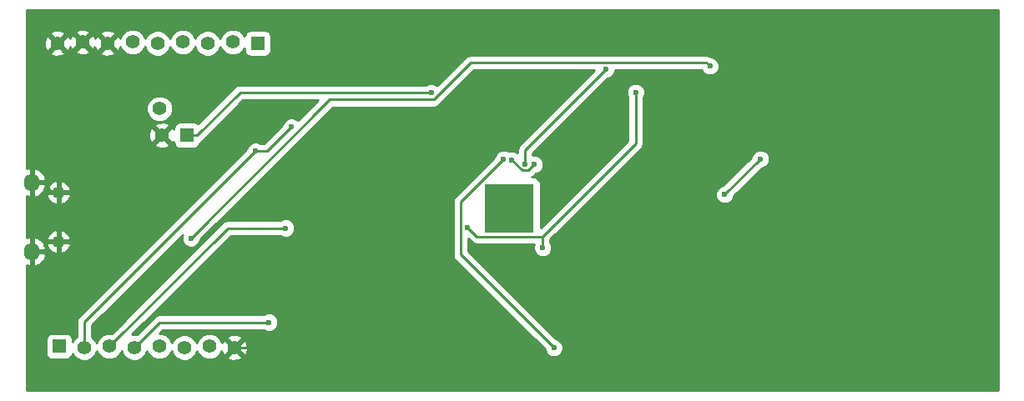
<source format=gbr>
G04 #@! TF.FileFunction,Copper,L2,Bot,Signal*
%FSLAX46Y46*%
G04 Gerber Fmt 4.6, Leading zero omitted, Abs format (unit mm)*
G04 Created by KiCad (PCBNEW 4.0.5+dfsg1-4) date Thu Mar  2 23:52:06 2017*
%MOMM*%
%LPD*%
G01*
G04 APERTURE LIST*
%ADD10C,0.100000*%
%ADD11O,1.250000X1.250000*%
%ADD12O,1.550000X1.800000*%
%ADD13C,1.397000*%
%ADD14R,1.397000X1.397000*%
%ADD15R,5.000000X5.000000*%
%ADD16C,0.600000*%
%ADD17C,0.280000*%
%ADD18C,0.254000*%
G04 APERTURE END LIST*
D10*
D11*
X53962540Y-79199100D03*
X53962540Y-84199100D03*
D12*
X51262540Y-78199100D03*
X51262540Y-85199100D03*
D13*
X69080000Y-64060960D03*
X66540000Y-63939040D03*
X64000000Y-64060960D03*
X61460000Y-63939040D03*
X58920000Y-64060960D03*
X71620000Y-63939040D03*
X56380000Y-63939040D03*
D14*
X74160000Y-64060960D03*
D13*
X53840000Y-64060960D03*
X61630000Y-94960960D03*
X64170000Y-94839040D03*
X59090000Y-94839040D03*
X66710000Y-94960960D03*
X56550000Y-94960960D03*
X69250000Y-94839040D03*
D14*
X54010000Y-94839040D03*
D13*
X71790000Y-94960960D03*
D14*
X66970000Y-73400000D03*
D13*
X64430000Y-73400000D03*
X64200000Y-70700000D03*
D15*
X99700000Y-80800000D03*
D16*
X67391000Y-83840300D03*
X120030300Y-66385800D03*
X134700000Y-73900000D03*
X118400000Y-87900000D03*
X93800000Y-89000000D03*
X136000000Y-82500000D03*
X123200000Y-73700000D03*
X63400000Y-97600000D03*
X93900000Y-73600000D03*
X88000000Y-83200000D03*
X83700000Y-77000000D03*
X97200000Y-70800000D03*
X77461000Y-93444800D03*
X99100400Y-75816600D03*
X104207200Y-94986800D03*
X91783000Y-69050000D03*
X99930500Y-75900000D03*
X102233000Y-76363800D03*
X103072700Y-84822700D03*
X95428000Y-82740800D03*
X112494000Y-69032300D03*
X101293600Y-76320300D03*
X109516000Y-66674100D03*
X75312800Y-92390100D03*
X77007600Y-82820300D03*
X73937000Y-74990400D03*
X77579800Y-72524600D03*
X121534900Y-79424400D03*
X125159100Y-75800200D03*
D17*
X119678200Y-66033700D02*
X120030300Y-66385800D01*
X95742200Y-66033700D02*
X119678200Y-66033700D01*
X92006900Y-69769000D02*
X95742200Y-66033700D01*
X81462300Y-69769000D02*
X92006900Y-69769000D01*
X67391000Y-83840300D02*
X81462300Y-69769000D01*
X134700000Y-73900000D02*
X123400000Y-73900000D01*
X136000000Y-75200000D02*
X134700000Y-73900000D01*
X118400000Y-87900000D02*
X130600000Y-87900000D01*
X93800000Y-90000000D02*
X101100000Y-97300000D01*
X101100000Y-97300000D02*
X109000000Y-97300000D01*
X109000000Y-97300000D02*
X118400000Y-87900000D01*
X93800000Y-89000000D02*
X93800000Y-90000000D01*
X130600000Y-87900000D02*
X136000000Y-82500000D01*
X136000000Y-82500000D02*
X136000000Y-75200000D01*
X123400000Y-73900000D02*
X123200000Y-73700000D01*
X93800000Y-89000000D02*
X88100000Y-89000000D01*
X88000000Y-83200000D02*
X93800000Y-89000000D01*
X79500000Y-97600000D02*
X63400000Y-97600000D01*
X88100000Y-89000000D02*
X79500000Y-97600000D01*
X93900000Y-73600000D02*
X94400000Y-73600000D01*
X90500000Y-77000000D02*
X93900000Y-73600000D01*
X88000000Y-83200000D02*
X88000000Y-81300000D01*
X88000000Y-81300000D02*
X83700000Y-77000000D01*
X83700000Y-77000000D02*
X90500000Y-77000000D01*
X94400000Y-73600000D02*
X97200000Y-70800000D01*
X52997200Y-78818500D02*
X52377800Y-78199100D01*
X52997200Y-79199100D02*
X52997200Y-78818500D01*
X51262500Y-78199100D02*
X52377800Y-78199100D01*
X53962500Y-79199100D02*
X52997200Y-79199100D01*
X53962500Y-84199100D02*
X53962500Y-79199100D01*
X75944800Y-94961000D02*
X77461000Y-93444800D01*
X71790000Y-94961000D02*
X75944800Y-94961000D01*
X94725200Y-80191800D02*
X99100400Y-75816600D01*
X94725200Y-85504800D02*
X94725200Y-80191800D01*
X104207200Y-94986800D02*
X94725200Y-85504800D01*
X66970000Y-73400000D02*
X68008800Y-73400000D01*
X72358800Y-69050000D02*
X91783000Y-69050000D01*
X68008800Y-73400000D02*
X72358800Y-69050000D01*
X101620600Y-76976200D02*
X102233000Y-76363800D01*
X101006700Y-76976200D02*
X101620600Y-76976200D01*
X99930500Y-75900000D02*
X101006700Y-76976200D01*
X112494000Y-74258700D02*
X103069600Y-83683100D01*
X112494000Y-69032300D02*
X112494000Y-74258700D01*
X103072700Y-83686200D02*
X103069600Y-83683100D01*
X103072700Y-84822700D02*
X103072700Y-83686200D01*
X96370300Y-83683100D02*
X95428000Y-82740800D01*
X103069600Y-83683100D02*
X96370300Y-83683100D01*
X101293600Y-74896500D02*
X109516000Y-66674100D01*
X101293600Y-76320300D02*
X101293600Y-74896500D01*
X64200900Y-92390100D02*
X75312800Y-92390100D01*
X61630000Y-94961000D02*
X64200900Y-92390100D01*
X71108700Y-82820300D02*
X59090000Y-94839000D01*
X77007600Y-82820300D02*
X71108700Y-82820300D01*
X56550000Y-92377400D02*
X73937000Y-74990400D01*
X56550000Y-94961000D02*
X56550000Y-92377400D01*
X75114000Y-74990400D02*
X77579800Y-72524600D01*
X73937000Y-74990400D02*
X75114000Y-74990400D01*
X125159100Y-75800200D02*
X121534900Y-79424400D01*
D18*
G36*
X149290000Y-99290000D02*
X50710000Y-99290000D01*
X50710000Y-94140540D01*
X52664060Y-94140540D01*
X52664060Y-95537540D01*
X52708338Y-95772857D01*
X52847410Y-95988981D01*
X53059610Y-96133971D01*
X53311500Y-96184980D01*
X54708500Y-96184980D01*
X54943817Y-96140702D01*
X55159941Y-96001630D01*
X55304931Y-95789430D01*
X55352470Y-95554677D01*
X55418854Y-95715340D01*
X55793647Y-96090787D01*
X56283587Y-96294228D01*
X56814086Y-96294691D01*
X57304380Y-96092106D01*
X57679827Y-95717313D01*
X57845344Y-95318704D01*
X57958854Y-95593420D01*
X58333647Y-95968867D01*
X58823587Y-96172308D01*
X59354086Y-96172771D01*
X59844380Y-95970186D01*
X60219827Y-95595393D01*
X60334843Y-95318403D01*
X60498854Y-95715340D01*
X60873647Y-96090787D01*
X61363587Y-96294228D01*
X61894086Y-96294691D01*
X62384380Y-96092106D01*
X62759827Y-95717313D01*
X62925344Y-95318704D01*
X63038854Y-95593420D01*
X63413647Y-95968867D01*
X63903587Y-96172308D01*
X64434086Y-96172771D01*
X64924380Y-95970186D01*
X65299827Y-95595393D01*
X65414843Y-95318403D01*
X65578854Y-95715340D01*
X65953647Y-96090787D01*
X66443587Y-96294228D01*
X66974086Y-96294691D01*
X67464380Y-96092106D01*
X67839827Y-95717313D01*
X68005344Y-95318704D01*
X68118854Y-95593420D01*
X68493647Y-95968867D01*
X68983587Y-96172308D01*
X69514086Y-96172771D01*
X70004380Y-95970186D01*
X70079548Y-95895148D01*
X71035417Y-95895148D01*
X71097071Y-96130760D01*
X71597480Y-96306887D01*
X72127199Y-96278108D01*
X72482929Y-96130760D01*
X72544583Y-95895148D01*
X71790000Y-95140565D01*
X71035417Y-95895148D01*
X70079548Y-95895148D01*
X70379827Y-95595393D01*
X70488032Y-95334807D01*
X70620200Y-95653889D01*
X70855812Y-95715543D01*
X71610395Y-94960960D01*
X71969605Y-94960960D01*
X72724188Y-95715543D01*
X72959800Y-95653889D01*
X73135927Y-95153480D01*
X73107148Y-94623761D01*
X72959800Y-94268031D01*
X72724188Y-94206377D01*
X71969605Y-94960960D01*
X71610395Y-94960960D01*
X70855812Y-94206377D01*
X70620200Y-94268031D01*
X70545089Y-94481434D01*
X70381146Y-94084660D01*
X70323359Y-94026772D01*
X71035417Y-94026772D01*
X71790000Y-94781355D01*
X72544583Y-94026772D01*
X72482929Y-93791160D01*
X71982520Y-93615033D01*
X71452801Y-93643812D01*
X71097071Y-93791160D01*
X71035417Y-94026772D01*
X70323359Y-94026772D01*
X70006353Y-93709213D01*
X69516413Y-93505772D01*
X68985914Y-93505309D01*
X68495620Y-93707894D01*
X68120173Y-94082687D01*
X67954656Y-94481296D01*
X67841146Y-94206580D01*
X67466353Y-93831133D01*
X66976413Y-93627692D01*
X66445914Y-93627229D01*
X65955620Y-93829814D01*
X65580173Y-94204607D01*
X65465157Y-94481597D01*
X65301146Y-94084660D01*
X64926353Y-93709213D01*
X64436413Y-93505772D01*
X64181467Y-93505549D01*
X64521916Y-93165100D01*
X74765311Y-93165100D01*
X74782473Y-93182292D01*
X75126001Y-93324938D01*
X75497967Y-93325262D01*
X75841743Y-93183217D01*
X76104992Y-92920427D01*
X76247638Y-92576899D01*
X76247962Y-92204933D01*
X76105917Y-91861157D01*
X75843127Y-91597908D01*
X75499599Y-91455262D01*
X75127633Y-91454938D01*
X74783857Y-91596983D01*
X74765708Y-91615100D01*
X64200905Y-91615100D01*
X64200900Y-91615099D01*
X63953526Y-91664305D01*
X63904320Y-91674093D01*
X63671899Y-91829392D01*
X63652892Y-91842092D01*
X61867317Y-93627667D01*
X61397759Y-93627257D01*
X71429715Y-83595300D01*
X76460111Y-83595300D01*
X76477273Y-83612492D01*
X76820801Y-83755138D01*
X77192767Y-83755462D01*
X77536543Y-83613417D01*
X77799792Y-83350627D01*
X77942438Y-83007099D01*
X77942762Y-82635133D01*
X77800717Y-82291357D01*
X77537927Y-82028108D01*
X77194399Y-81885462D01*
X76822433Y-81885138D01*
X76478657Y-82027183D01*
X76460508Y-82045300D01*
X71108705Y-82045300D01*
X71108700Y-82045299D01*
X70861326Y-82094505D01*
X70812120Y-82104293D01*
X70560692Y-82272292D01*
X70560690Y-82272295D01*
X59327238Y-93505747D01*
X58825914Y-93505309D01*
X58335620Y-93707894D01*
X57960173Y-94082687D01*
X57794656Y-94481296D01*
X57681146Y-94206580D01*
X57325000Y-93849813D01*
X57325000Y-92698416D01*
X66517406Y-83506010D01*
X66456162Y-83653501D01*
X66455838Y-84025467D01*
X66597883Y-84369243D01*
X66860673Y-84632492D01*
X67204201Y-84775138D01*
X67576167Y-84775462D01*
X67919943Y-84633417D01*
X68183192Y-84370627D01*
X68325838Y-84027099D01*
X68325860Y-84001456D01*
X81783316Y-70544000D01*
X92006900Y-70544000D01*
X92303480Y-70485007D01*
X92554908Y-70317008D01*
X96063216Y-66808700D01*
X108285385Y-66808700D01*
X100745592Y-74348492D01*
X100577593Y-74599920D01*
X100518600Y-74896500D01*
X100518600Y-75165682D01*
X100460827Y-75107808D01*
X100117299Y-74965162D01*
X99745333Y-74964838D01*
X99615981Y-75018285D01*
X99287199Y-74881762D01*
X98915233Y-74881438D01*
X98571457Y-75023483D01*
X98308208Y-75286273D01*
X98165562Y-75629801D01*
X98165540Y-75655444D01*
X94177192Y-79643792D01*
X94009193Y-79895220D01*
X93950200Y-80191800D01*
X93950200Y-85504800D01*
X94009193Y-85801380D01*
X94177192Y-86052808D01*
X103272059Y-95147675D01*
X103272038Y-95171967D01*
X103414083Y-95515743D01*
X103676873Y-95778992D01*
X104020401Y-95921638D01*
X104392367Y-95921962D01*
X104736143Y-95779917D01*
X104999392Y-95517127D01*
X105142038Y-95173599D01*
X105142362Y-94801633D01*
X105000317Y-94457857D01*
X104737527Y-94194608D01*
X104393999Y-94051962D01*
X104368356Y-94051940D01*
X95500200Y-85183784D01*
X95500200Y-83909015D01*
X95822290Y-84231105D01*
X95822292Y-84231108D01*
X96073720Y-84399107D01*
X96370300Y-84458100D01*
X102211692Y-84458100D01*
X102137862Y-84635901D01*
X102137538Y-85007867D01*
X102279583Y-85351643D01*
X102542373Y-85614892D01*
X102885901Y-85757538D01*
X103257867Y-85757862D01*
X103601643Y-85615817D01*
X103864892Y-85353027D01*
X104007538Y-85009499D01*
X104007862Y-84637533D01*
X103865817Y-84293757D01*
X103847700Y-84275608D01*
X103847700Y-84001016D01*
X108239149Y-79609567D01*
X120599738Y-79609567D01*
X120741783Y-79953343D01*
X121004573Y-80216592D01*
X121348101Y-80359238D01*
X121720067Y-80359562D01*
X122063843Y-80217517D01*
X122327092Y-79954727D01*
X122469738Y-79611199D01*
X122469760Y-79585556D01*
X125319975Y-76735341D01*
X125344267Y-76735362D01*
X125688043Y-76593317D01*
X125951292Y-76330527D01*
X126093938Y-75986999D01*
X126094262Y-75615033D01*
X125952217Y-75271257D01*
X125689427Y-75008008D01*
X125345899Y-74865362D01*
X124973933Y-74865038D01*
X124630157Y-75007083D01*
X124366908Y-75269873D01*
X124224262Y-75613401D01*
X124224240Y-75639044D01*
X121374025Y-78489259D01*
X121349733Y-78489238D01*
X121005957Y-78631283D01*
X120742708Y-78894073D01*
X120600062Y-79237601D01*
X120599738Y-79609567D01*
X108239149Y-79609567D01*
X113042008Y-74806708D01*
X113210007Y-74555280D01*
X113269000Y-74258700D01*
X113269000Y-69579789D01*
X113286192Y-69562627D01*
X113428838Y-69219099D01*
X113429162Y-68847133D01*
X113287117Y-68503357D01*
X113024327Y-68240108D01*
X112680799Y-68097462D01*
X112308833Y-68097138D01*
X111965057Y-68239183D01*
X111701808Y-68501973D01*
X111559162Y-68845501D01*
X111558838Y-69217467D01*
X111700883Y-69561243D01*
X111719000Y-69579392D01*
X111719000Y-73937684D01*
X102847440Y-82809244D01*
X102847440Y-78300000D01*
X102803162Y-78064683D01*
X102664090Y-77848559D01*
X102451890Y-77703569D01*
X102200000Y-77652560D01*
X101976516Y-77652560D01*
X102168608Y-77524208D01*
X102393875Y-77298941D01*
X102418167Y-77298962D01*
X102761943Y-77156917D01*
X103025192Y-76894127D01*
X103167838Y-76550599D01*
X103168162Y-76178633D01*
X103026117Y-75834857D01*
X102763327Y-75571608D01*
X102419799Y-75428962D01*
X102068600Y-75428656D01*
X102068600Y-75217516D01*
X109676874Y-67609241D01*
X109701167Y-67609262D01*
X110044943Y-67467217D01*
X110308192Y-67204427D01*
X110450838Y-66860899D01*
X110450883Y-66808700D01*
X119193367Y-66808700D01*
X119237183Y-66914743D01*
X119499973Y-67177992D01*
X119843501Y-67320638D01*
X120215467Y-67320962D01*
X120559243Y-67178917D01*
X120822492Y-66916127D01*
X120965138Y-66572599D01*
X120965462Y-66200633D01*
X120823417Y-65856857D01*
X120560627Y-65593608D01*
X120217099Y-65450962D01*
X120174175Y-65450925D01*
X119974780Y-65317693D01*
X119678200Y-65258700D01*
X95742200Y-65258700D01*
X95445620Y-65317693D01*
X95194192Y-65485692D01*
X92367654Y-68312230D01*
X92313327Y-68257808D01*
X91969799Y-68115162D01*
X91597833Y-68114838D01*
X91254057Y-68256883D01*
X91235908Y-68275000D01*
X72358800Y-68275000D01*
X72062220Y-68333993D01*
X71810792Y-68501992D01*
X68091084Y-72221700D01*
X67920390Y-72105069D01*
X67668500Y-72054060D01*
X66271500Y-72054060D01*
X66036183Y-72098338D01*
X65820059Y-72237410D01*
X65675069Y-72449610D01*
X65624060Y-72701500D01*
X65624060Y-72765640D01*
X65599800Y-72707071D01*
X65364188Y-72645417D01*
X64609605Y-73400000D01*
X65364188Y-74154583D01*
X65599800Y-74092929D01*
X65624060Y-74024002D01*
X65624060Y-74098500D01*
X65668338Y-74333817D01*
X65807410Y-74549941D01*
X66019610Y-74694931D01*
X66271500Y-74745940D01*
X67668500Y-74745940D01*
X67903817Y-74701662D01*
X68119941Y-74562590D01*
X68264931Y-74350390D01*
X68313492Y-74110586D01*
X68556808Y-73948008D01*
X72679816Y-69825000D01*
X80310284Y-69825000D01*
X78256374Y-71878910D01*
X78110127Y-71732408D01*
X77766599Y-71589762D01*
X77394633Y-71589438D01*
X77050857Y-71731483D01*
X76787608Y-71994273D01*
X76644962Y-72337801D01*
X76644940Y-72363444D01*
X74792984Y-74215400D01*
X74484489Y-74215400D01*
X74467327Y-74198208D01*
X74123799Y-74055562D01*
X73751833Y-74055238D01*
X73408057Y-74197283D01*
X73144808Y-74460073D01*
X73002162Y-74803601D01*
X73002140Y-74829244D01*
X56001992Y-91829392D01*
X55833993Y-92080820D01*
X55775000Y-92377400D01*
X55775000Y-93850398D01*
X55420173Y-94204607D01*
X55355940Y-94359297D01*
X55355940Y-94140540D01*
X55311662Y-93905223D01*
X55172590Y-93689099D01*
X54960390Y-93544109D01*
X54708500Y-93493100D01*
X53311500Y-93493100D01*
X53076183Y-93537378D01*
X52860059Y-93676450D01*
X52715069Y-93888650D01*
X52664060Y-94140540D01*
X50710000Y-94140540D01*
X50710000Y-86594256D01*
X50917428Y-86691213D01*
X51135540Y-86568888D01*
X51135540Y-85326100D01*
X51389540Y-85326100D01*
X51389540Y-86568888D01*
X51607652Y-86691213D01*
X52089646Y-86465917D01*
X52463641Y-86062481D01*
X52654779Y-85546634D01*
X52513700Y-85326100D01*
X51389540Y-85326100D01*
X51135540Y-85326100D01*
X51115540Y-85326100D01*
X51115540Y-85072100D01*
X51135540Y-85072100D01*
X51135540Y-83829312D01*
X51389540Y-83829312D01*
X51389540Y-85072100D01*
X52513700Y-85072100D01*
X52654779Y-84851566D01*
X52532161Y-84520640D01*
X52744258Y-84520640D01*
X52873712Y-84833199D01*
X53199253Y-85201608D01*
X53640998Y-85417394D01*
X53835540Y-85293945D01*
X53835540Y-84326100D01*
X54089540Y-84326100D01*
X54089540Y-85293945D01*
X54284082Y-85417394D01*
X54725827Y-85201608D01*
X55051368Y-84833199D01*
X55180822Y-84520640D01*
X55056442Y-84326100D01*
X54089540Y-84326100D01*
X53835540Y-84326100D01*
X52868638Y-84326100D01*
X52744258Y-84520640D01*
X52532161Y-84520640D01*
X52463641Y-84335719D01*
X52089646Y-83932283D01*
X51972573Y-83877560D01*
X52744258Y-83877560D01*
X52868638Y-84072100D01*
X53835540Y-84072100D01*
X53835540Y-83104255D01*
X54089540Y-83104255D01*
X54089540Y-84072100D01*
X55056442Y-84072100D01*
X55180822Y-83877560D01*
X55051368Y-83565001D01*
X54725827Y-83196592D01*
X54284082Y-82980806D01*
X54089540Y-83104255D01*
X53835540Y-83104255D01*
X53640998Y-82980806D01*
X53199253Y-83196592D01*
X52873712Y-83565001D01*
X52744258Y-83877560D01*
X51972573Y-83877560D01*
X51607652Y-83706987D01*
X51389540Y-83829312D01*
X51135540Y-83829312D01*
X50917428Y-83706987D01*
X50710000Y-83803944D01*
X50710000Y-79594256D01*
X50917428Y-79691213D01*
X51135540Y-79568888D01*
X51135540Y-78326100D01*
X51389540Y-78326100D01*
X51389540Y-79568888D01*
X51607652Y-79691213D01*
X51972572Y-79520640D01*
X52744258Y-79520640D01*
X52873712Y-79833199D01*
X53199253Y-80201608D01*
X53640998Y-80417394D01*
X53835540Y-80293945D01*
X53835540Y-79326100D01*
X54089540Y-79326100D01*
X54089540Y-80293945D01*
X54284082Y-80417394D01*
X54725827Y-80201608D01*
X55051368Y-79833199D01*
X55180822Y-79520640D01*
X55056442Y-79326100D01*
X54089540Y-79326100D01*
X53835540Y-79326100D01*
X52868638Y-79326100D01*
X52744258Y-79520640D01*
X51972572Y-79520640D01*
X52089646Y-79465917D01*
X52463641Y-79062481D01*
X52532160Y-78877560D01*
X52744258Y-78877560D01*
X52868638Y-79072100D01*
X53835540Y-79072100D01*
X53835540Y-78104255D01*
X54089540Y-78104255D01*
X54089540Y-79072100D01*
X55056442Y-79072100D01*
X55180822Y-78877560D01*
X55051368Y-78565001D01*
X54725827Y-78196592D01*
X54284082Y-77980806D01*
X54089540Y-78104255D01*
X53835540Y-78104255D01*
X53640998Y-77980806D01*
X53199253Y-78196592D01*
X52873712Y-78565001D01*
X52744258Y-78877560D01*
X52532160Y-78877560D01*
X52654779Y-78546634D01*
X52513700Y-78326100D01*
X51389540Y-78326100D01*
X51135540Y-78326100D01*
X51115540Y-78326100D01*
X51115540Y-78072100D01*
X51135540Y-78072100D01*
X51135540Y-76829312D01*
X51389540Y-76829312D01*
X51389540Y-78072100D01*
X52513700Y-78072100D01*
X52654779Y-77851566D01*
X52463641Y-77335719D01*
X52089646Y-76932283D01*
X51607652Y-76706987D01*
X51389540Y-76829312D01*
X51135540Y-76829312D01*
X50917428Y-76706987D01*
X50710000Y-76803944D01*
X50710000Y-74334188D01*
X63675417Y-74334188D01*
X63737071Y-74569800D01*
X64237480Y-74745927D01*
X64767199Y-74717148D01*
X65122929Y-74569800D01*
X65184583Y-74334188D01*
X64430000Y-73579605D01*
X63675417Y-74334188D01*
X50710000Y-74334188D01*
X50710000Y-73207480D01*
X63084073Y-73207480D01*
X63112852Y-73737199D01*
X63260200Y-74092929D01*
X63495812Y-74154583D01*
X64250395Y-73400000D01*
X63495812Y-72645417D01*
X63260200Y-72707071D01*
X63084073Y-73207480D01*
X50710000Y-73207480D01*
X50710000Y-72465812D01*
X63675417Y-72465812D01*
X64430000Y-73220395D01*
X65184583Y-72465812D01*
X65122929Y-72230200D01*
X64622520Y-72054073D01*
X64092801Y-72082852D01*
X63737071Y-72230200D01*
X63675417Y-72465812D01*
X50710000Y-72465812D01*
X50710000Y-70964086D01*
X62866269Y-70964086D01*
X63068854Y-71454380D01*
X63443647Y-71829827D01*
X63933587Y-72033268D01*
X64464086Y-72033731D01*
X64954380Y-71831146D01*
X65329827Y-71456353D01*
X65533268Y-70966413D01*
X65533731Y-70435914D01*
X65331146Y-69945620D01*
X64956353Y-69570173D01*
X64466413Y-69366732D01*
X63935914Y-69366269D01*
X63445620Y-69568854D01*
X63070173Y-69943647D01*
X62866732Y-70433587D01*
X62866269Y-70964086D01*
X50710000Y-70964086D01*
X50710000Y-64995148D01*
X53085417Y-64995148D01*
X53147071Y-65230760D01*
X53647480Y-65406887D01*
X54177199Y-65378108D01*
X54532929Y-65230760D01*
X54594583Y-64995148D01*
X54472663Y-64873228D01*
X55625417Y-64873228D01*
X55687071Y-65108840D01*
X56187480Y-65284967D01*
X56717199Y-65256188D01*
X57072929Y-65108840D01*
X57102679Y-64995148D01*
X58165417Y-64995148D01*
X58227071Y-65230760D01*
X58727480Y-65406887D01*
X59257199Y-65378108D01*
X59612929Y-65230760D01*
X59674583Y-64995148D01*
X58920000Y-64240565D01*
X58165417Y-64995148D01*
X57102679Y-64995148D01*
X57134583Y-64873228D01*
X56380000Y-64118645D01*
X55625417Y-64873228D01*
X54472663Y-64873228D01*
X53840000Y-64240565D01*
X53085417Y-64995148D01*
X50710000Y-64995148D01*
X50710000Y-63868440D01*
X52494073Y-63868440D01*
X52522852Y-64398159D01*
X52670200Y-64753889D01*
X52905812Y-64815543D01*
X53660395Y-64060960D01*
X54019605Y-64060960D01*
X54774188Y-64815543D01*
X55009800Y-64753889D01*
X55125058Y-64426419D01*
X55210200Y-64631969D01*
X55445812Y-64693623D01*
X56200395Y-63939040D01*
X56559605Y-63939040D01*
X57314188Y-64693623D01*
X57549800Y-64631969D01*
X57618660Y-64436324D01*
X57750200Y-64753889D01*
X57985812Y-64815543D01*
X58740395Y-64060960D01*
X59099605Y-64060960D01*
X59854188Y-64815543D01*
X60089800Y-64753889D01*
X60211256Y-64408810D01*
X60328854Y-64693420D01*
X60703647Y-65068867D01*
X61193587Y-65272308D01*
X61724086Y-65272771D01*
X62214380Y-65070186D01*
X62589827Y-64695393D01*
X62704843Y-64418403D01*
X62868854Y-64815340D01*
X63243647Y-65190787D01*
X63733587Y-65394228D01*
X64264086Y-65394691D01*
X64754380Y-65192106D01*
X65129827Y-64817313D01*
X65295344Y-64418704D01*
X65408854Y-64693420D01*
X65783647Y-65068867D01*
X66273587Y-65272308D01*
X66804086Y-65272771D01*
X67294380Y-65070186D01*
X67669827Y-64695393D01*
X67784843Y-64418403D01*
X67948854Y-64815340D01*
X68323647Y-65190787D01*
X68813587Y-65394228D01*
X69344086Y-65394691D01*
X69834380Y-65192106D01*
X70209827Y-64817313D01*
X70375344Y-64418704D01*
X70488854Y-64693420D01*
X70863647Y-65068867D01*
X71353587Y-65272308D01*
X71884086Y-65272771D01*
X72374380Y-65070186D01*
X72749827Y-64695393D01*
X72814060Y-64540703D01*
X72814060Y-64759460D01*
X72858338Y-64994777D01*
X72997410Y-65210901D01*
X73209610Y-65355891D01*
X73461500Y-65406900D01*
X74858500Y-65406900D01*
X75093817Y-65362622D01*
X75309941Y-65223550D01*
X75454931Y-65011350D01*
X75505940Y-64759460D01*
X75505940Y-63362460D01*
X75461662Y-63127143D01*
X75322590Y-62911019D01*
X75110390Y-62766029D01*
X74858500Y-62715020D01*
X73461500Y-62715020D01*
X73226183Y-62759298D01*
X73010059Y-62898370D01*
X72865069Y-63110570D01*
X72817530Y-63345323D01*
X72751146Y-63184660D01*
X72376353Y-62809213D01*
X71886413Y-62605772D01*
X71355914Y-62605309D01*
X70865620Y-62807894D01*
X70490173Y-63182687D01*
X70324656Y-63581296D01*
X70211146Y-63306580D01*
X69836353Y-62931133D01*
X69346413Y-62727692D01*
X68815914Y-62727229D01*
X68325620Y-62929814D01*
X67950173Y-63304607D01*
X67835157Y-63581597D01*
X67671146Y-63184660D01*
X67296353Y-62809213D01*
X66806413Y-62605772D01*
X66275914Y-62605309D01*
X65785620Y-62807894D01*
X65410173Y-63182687D01*
X65244656Y-63581296D01*
X65131146Y-63306580D01*
X64756353Y-62931133D01*
X64266413Y-62727692D01*
X63735914Y-62727229D01*
X63245620Y-62929814D01*
X62870173Y-63304607D01*
X62755157Y-63581597D01*
X62591146Y-63184660D01*
X62216353Y-62809213D01*
X61726413Y-62605772D01*
X61195914Y-62605309D01*
X60705620Y-62807894D01*
X60330173Y-63182687D01*
X60171405Y-63565043D01*
X60089800Y-63368031D01*
X59854188Y-63306377D01*
X59099605Y-64060960D01*
X58740395Y-64060960D01*
X57985812Y-63306377D01*
X57750200Y-63368031D01*
X57681340Y-63563676D01*
X57549800Y-63246111D01*
X57314188Y-63184457D01*
X56559605Y-63939040D01*
X56200395Y-63939040D01*
X55445812Y-63184457D01*
X55210200Y-63246111D01*
X55094942Y-63573581D01*
X55009800Y-63368031D01*
X54774188Y-63306377D01*
X54019605Y-64060960D01*
X53660395Y-64060960D01*
X52905812Y-63306377D01*
X52670200Y-63368031D01*
X52494073Y-63868440D01*
X50710000Y-63868440D01*
X50710000Y-63126772D01*
X53085417Y-63126772D01*
X53840000Y-63881355D01*
X54594583Y-63126772D01*
X54562680Y-63004852D01*
X55625417Y-63004852D01*
X56380000Y-63759435D01*
X57012663Y-63126772D01*
X58165417Y-63126772D01*
X58920000Y-63881355D01*
X59674583Y-63126772D01*
X59612929Y-62891160D01*
X59112520Y-62715033D01*
X58582801Y-62743812D01*
X58227071Y-62891160D01*
X58165417Y-63126772D01*
X57012663Y-63126772D01*
X57134583Y-63004852D01*
X57072929Y-62769240D01*
X56572520Y-62593113D01*
X56042801Y-62621892D01*
X55687071Y-62769240D01*
X55625417Y-63004852D01*
X54562680Y-63004852D01*
X54532929Y-62891160D01*
X54032520Y-62715033D01*
X53502801Y-62743812D01*
X53147071Y-62891160D01*
X53085417Y-63126772D01*
X50710000Y-63126772D01*
X50710000Y-60710000D01*
X149290000Y-60710000D01*
X149290000Y-99290000D01*
X149290000Y-99290000D01*
G37*
X149290000Y-99290000D02*
X50710000Y-99290000D01*
X50710000Y-94140540D01*
X52664060Y-94140540D01*
X52664060Y-95537540D01*
X52708338Y-95772857D01*
X52847410Y-95988981D01*
X53059610Y-96133971D01*
X53311500Y-96184980D01*
X54708500Y-96184980D01*
X54943817Y-96140702D01*
X55159941Y-96001630D01*
X55304931Y-95789430D01*
X55352470Y-95554677D01*
X55418854Y-95715340D01*
X55793647Y-96090787D01*
X56283587Y-96294228D01*
X56814086Y-96294691D01*
X57304380Y-96092106D01*
X57679827Y-95717313D01*
X57845344Y-95318704D01*
X57958854Y-95593420D01*
X58333647Y-95968867D01*
X58823587Y-96172308D01*
X59354086Y-96172771D01*
X59844380Y-95970186D01*
X60219827Y-95595393D01*
X60334843Y-95318403D01*
X60498854Y-95715340D01*
X60873647Y-96090787D01*
X61363587Y-96294228D01*
X61894086Y-96294691D01*
X62384380Y-96092106D01*
X62759827Y-95717313D01*
X62925344Y-95318704D01*
X63038854Y-95593420D01*
X63413647Y-95968867D01*
X63903587Y-96172308D01*
X64434086Y-96172771D01*
X64924380Y-95970186D01*
X65299827Y-95595393D01*
X65414843Y-95318403D01*
X65578854Y-95715340D01*
X65953647Y-96090787D01*
X66443587Y-96294228D01*
X66974086Y-96294691D01*
X67464380Y-96092106D01*
X67839827Y-95717313D01*
X68005344Y-95318704D01*
X68118854Y-95593420D01*
X68493647Y-95968867D01*
X68983587Y-96172308D01*
X69514086Y-96172771D01*
X70004380Y-95970186D01*
X70079548Y-95895148D01*
X71035417Y-95895148D01*
X71097071Y-96130760D01*
X71597480Y-96306887D01*
X72127199Y-96278108D01*
X72482929Y-96130760D01*
X72544583Y-95895148D01*
X71790000Y-95140565D01*
X71035417Y-95895148D01*
X70079548Y-95895148D01*
X70379827Y-95595393D01*
X70488032Y-95334807D01*
X70620200Y-95653889D01*
X70855812Y-95715543D01*
X71610395Y-94960960D01*
X71969605Y-94960960D01*
X72724188Y-95715543D01*
X72959800Y-95653889D01*
X73135927Y-95153480D01*
X73107148Y-94623761D01*
X72959800Y-94268031D01*
X72724188Y-94206377D01*
X71969605Y-94960960D01*
X71610395Y-94960960D01*
X70855812Y-94206377D01*
X70620200Y-94268031D01*
X70545089Y-94481434D01*
X70381146Y-94084660D01*
X70323359Y-94026772D01*
X71035417Y-94026772D01*
X71790000Y-94781355D01*
X72544583Y-94026772D01*
X72482929Y-93791160D01*
X71982520Y-93615033D01*
X71452801Y-93643812D01*
X71097071Y-93791160D01*
X71035417Y-94026772D01*
X70323359Y-94026772D01*
X70006353Y-93709213D01*
X69516413Y-93505772D01*
X68985914Y-93505309D01*
X68495620Y-93707894D01*
X68120173Y-94082687D01*
X67954656Y-94481296D01*
X67841146Y-94206580D01*
X67466353Y-93831133D01*
X66976413Y-93627692D01*
X66445914Y-93627229D01*
X65955620Y-93829814D01*
X65580173Y-94204607D01*
X65465157Y-94481597D01*
X65301146Y-94084660D01*
X64926353Y-93709213D01*
X64436413Y-93505772D01*
X64181467Y-93505549D01*
X64521916Y-93165100D01*
X74765311Y-93165100D01*
X74782473Y-93182292D01*
X75126001Y-93324938D01*
X75497967Y-93325262D01*
X75841743Y-93183217D01*
X76104992Y-92920427D01*
X76247638Y-92576899D01*
X76247962Y-92204933D01*
X76105917Y-91861157D01*
X75843127Y-91597908D01*
X75499599Y-91455262D01*
X75127633Y-91454938D01*
X74783857Y-91596983D01*
X74765708Y-91615100D01*
X64200905Y-91615100D01*
X64200900Y-91615099D01*
X63953526Y-91664305D01*
X63904320Y-91674093D01*
X63671899Y-91829392D01*
X63652892Y-91842092D01*
X61867317Y-93627667D01*
X61397759Y-93627257D01*
X71429715Y-83595300D01*
X76460111Y-83595300D01*
X76477273Y-83612492D01*
X76820801Y-83755138D01*
X77192767Y-83755462D01*
X77536543Y-83613417D01*
X77799792Y-83350627D01*
X77942438Y-83007099D01*
X77942762Y-82635133D01*
X77800717Y-82291357D01*
X77537927Y-82028108D01*
X77194399Y-81885462D01*
X76822433Y-81885138D01*
X76478657Y-82027183D01*
X76460508Y-82045300D01*
X71108705Y-82045300D01*
X71108700Y-82045299D01*
X70861326Y-82094505D01*
X70812120Y-82104293D01*
X70560692Y-82272292D01*
X70560690Y-82272295D01*
X59327238Y-93505747D01*
X58825914Y-93505309D01*
X58335620Y-93707894D01*
X57960173Y-94082687D01*
X57794656Y-94481296D01*
X57681146Y-94206580D01*
X57325000Y-93849813D01*
X57325000Y-92698416D01*
X66517406Y-83506010D01*
X66456162Y-83653501D01*
X66455838Y-84025467D01*
X66597883Y-84369243D01*
X66860673Y-84632492D01*
X67204201Y-84775138D01*
X67576167Y-84775462D01*
X67919943Y-84633417D01*
X68183192Y-84370627D01*
X68325838Y-84027099D01*
X68325860Y-84001456D01*
X81783316Y-70544000D01*
X92006900Y-70544000D01*
X92303480Y-70485007D01*
X92554908Y-70317008D01*
X96063216Y-66808700D01*
X108285385Y-66808700D01*
X100745592Y-74348492D01*
X100577593Y-74599920D01*
X100518600Y-74896500D01*
X100518600Y-75165682D01*
X100460827Y-75107808D01*
X100117299Y-74965162D01*
X99745333Y-74964838D01*
X99615981Y-75018285D01*
X99287199Y-74881762D01*
X98915233Y-74881438D01*
X98571457Y-75023483D01*
X98308208Y-75286273D01*
X98165562Y-75629801D01*
X98165540Y-75655444D01*
X94177192Y-79643792D01*
X94009193Y-79895220D01*
X93950200Y-80191800D01*
X93950200Y-85504800D01*
X94009193Y-85801380D01*
X94177192Y-86052808D01*
X103272059Y-95147675D01*
X103272038Y-95171967D01*
X103414083Y-95515743D01*
X103676873Y-95778992D01*
X104020401Y-95921638D01*
X104392367Y-95921962D01*
X104736143Y-95779917D01*
X104999392Y-95517127D01*
X105142038Y-95173599D01*
X105142362Y-94801633D01*
X105000317Y-94457857D01*
X104737527Y-94194608D01*
X104393999Y-94051962D01*
X104368356Y-94051940D01*
X95500200Y-85183784D01*
X95500200Y-83909015D01*
X95822290Y-84231105D01*
X95822292Y-84231108D01*
X96073720Y-84399107D01*
X96370300Y-84458100D01*
X102211692Y-84458100D01*
X102137862Y-84635901D01*
X102137538Y-85007867D01*
X102279583Y-85351643D01*
X102542373Y-85614892D01*
X102885901Y-85757538D01*
X103257867Y-85757862D01*
X103601643Y-85615817D01*
X103864892Y-85353027D01*
X104007538Y-85009499D01*
X104007862Y-84637533D01*
X103865817Y-84293757D01*
X103847700Y-84275608D01*
X103847700Y-84001016D01*
X108239149Y-79609567D01*
X120599738Y-79609567D01*
X120741783Y-79953343D01*
X121004573Y-80216592D01*
X121348101Y-80359238D01*
X121720067Y-80359562D01*
X122063843Y-80217517D01*
X122327092Y-79954727D01*
X122469738Y-79611199D01*
X122469760Y-79585556D01*
X125319975Y-76735341D01*
X125344267Y-76735362D01*
X125688043Y-76593317D01*
X125951292Y-76330527D01*
X126093938Y-75986999D01*
X126094262Y-75615033D01*
X125952217Y-75271257D01*
X125689427Y-75008008D01*
X125345899Y-74865362D01*
X124973933Y-74865038D01*
X124630157Y-75007083D01*
X124366908Y-75269873D01*
X124224262Y-75613401D01*
X124224240Y-75639044D01*
X121374025Y-78489259D01*
X121349733Y-78489238D01*
X121005957Y-78631283D01*
X120742708Y-78894073D01*
X120600062Y-79237601D01*
X120599738Y-79609567D01*
X108239149Y-79609567D01*
X113042008Y-74806708D01*
X113210007Y-74555280D01*
X113269000Y-74258700D01*
X113269000Y-69579789D01*
X113286192Y-69562627D01*
X113428838Y-69219099D01*
X113429162Y-68847133D01*
X113287117Y-68503357D01*
X113024327Y-68240108D01*
X112680799Y-68097462D01*
X112308833Y-68097138D01*
X111965057Y-68239183D01*
X111701808Y-68501973D01*
X111559162Y-68845501D01*
X111558838Y-69217467D01*
X111700883Y-69561243D01*
X111719000Y-69579392D01*
X111719000Y-73937684D01*
X102847440Y-82809244D01*
X102847440Y-78300000D01*
X102803162Y-78064683D01*
X102664090Y-77848559D01*
X102451890Y-77703569D01*
X102200000Y-77652560D01*
X101976516Y-77652560D01*
X102168608Y-77524208D01*
X102393875Y-77298941D01*
X102418167Y-77298962D01*
X102761943Y-77156917D01*
X103025192Y-76894127D01*
X103167838Y-76550599D01*
X103168162Y-76178633D01*
X103026117Y-75834857D01*
X102763327Y-75571608D01*
X102419799Y-75428962D01*
X102068600Y-75428656D01*
X102068600Y-75217516D01*
X109676874Y-67609241D01*
X109701167Y-67609262D01*
X110044943Y-67467217D01*
X110308192Y-67204427D01*
X110450838Y-66860899D01*
X110450883Y-66808700D01*
X119193367Y-66808700D01*
X119237183Y-66914743D01*
X119499973Y-67177992D01*
X119843501Y-67320638D01*
X120215467Y-67320962D01*
X120559243Y-67178917D01*
X120822492Y-66916127D01*
X120965138Y-66572599D01*
X120965462Y-66200633D01*
X120823417Y-65856857D01*
X120560627Y-65593608D01*
X120217099Y-65450962D01*
X120174175Y-65450925D01*
X119974780Y-65317693D01*
X119678200Y-65258700D01*
X95742200Y-65258700D01*
X95445620Y-65317693D01*
X95194192Y-65485692D01*
X92367654Y-68312230D01*
X92313327Y-68257808D01*
X91969799Y-68115162D01*
X91597833Y-68114838D01*
X91254057Y-68256883D01*
X91235908Y-68275000D01*
X72358800Y-68275000D01*
X72062220Y-68333993D01*
X71810792Y-68501992D01*
X68091084Y-72221700D01*
X67920390Y-72105069D01*
X67668500Y-72054060D01*
X66271500Y-72054060D01*
X66036183Y-72098338D01*
X65820059Y-72237410D01*
X65675069Y-72449610D01*
X65624060Y-72701500D01*
X65624060Y-72765640D01*
X65599800Y-72707071D01*
X65364188Y-72645417D01*
X64609605Y-73400000D01*
X65364188Y-74154583D01*
X65599800Y-74092929D01*
X65624060Y-74024002D01*
X65624060Y-74098500D01*
X65668338Y-74333817D01*
X65807410Y-74549941D01*
X66019610Y-74694931D01*
X66271500Y-74745940D01*
X67668500Y-74745940D01*
X67903817Y-74701662D01*
X68119941Y-74562590D01*
X68264931Y-74350390D01*
X68313492Y-74110586D01*
X68556808Y-73948008D01*
X72679816Y-69825000D01*
X80310284Y-69825000D01*
X78256374Y-71878910D01*
X78110127Y-71732408D01*
X77766599Y-71589762D01*
X77394633Y-71589438D01*
X77050857Y-71731483D01*
X76787608Y-71994273D01*
X76644962Y-72337801D01*
X76644940Y-72363444D01*
X74792984Y-74215400D01*
X74484489Y-74215400D01*
X74467327Y-74198208D01*
X74123799Y-74055562D01*
X73751833Y-74055238D01*
X73408057Y-74197283D01*
X73144808Y-74460073D01*
X73002162Y-74803601D01*
X73002140Y-74829244D01*
X56001992Y-91829392D01*
X55833993Y-92080820D01*
X55775000Y-92377400D01*
X55775000Y-93850398D01*
X55420173Y-94204607D01*
X55355940Y-94359297D01*
X55355940Y-94140540D01*
X55311662Y-93905223D01*
X55172590Y-93689099D01*
X54960390Y-93544109D01*
X54708500Y-93493100D01*
X53311500Y-93493100D01*
X53076183Y-93537378D01*
X52860059Y-93676450D01*
X52715069Y-93888650D01*
X52664060Y-94140540D01*
X50710000Y-94140540D01*
X50710000Y-86594256D01*
X50917428Y-86691213D01*
X51135540Y-86568888D01*
X51135540Y-85326100D01*
X51389540Y-85326100D01*
X51389540Y-86568888D01*
X51607652Y-86691213D01*
X52089646Y-86465917D01*
X52463641Y-86062481D01*
X52654779Y-85546634D01*
X52513700Y-85326100D01*
X51389540Y-85326100D01*
X51135540Y-85326100D01*
X51115540Y-85326100D01*
X51115540Y-85072100D01*
X51135540Y-85072100D01*
X51135540Y-83829312D01*
X51389540Y-83829312D01*
X51389540Y-85072100D01*
X52513700Y-85072100D01*
X52654779Y-84851566D01*
X52532161Y-84520640D01*
X52744258Y-84520640D01*
X52873712Y-84833199D01*
X53199253Y-85201608D01*
X53640998Y-85417394D01*
X53835540Y-85293945D01*
X53835540Y-84326100D01*
X54089540Y-84326100D01*
X54089540Y-85293945D01*
X54284082Y-85417394D01*
X54725827Y-85201608D01*
X55051368Y-84833199D01*
X55180822Y-84520640D01*
X55056442Y-84326100D01*
X54089540Y-84326100D01*
X53835540Y-84326100D01*
X52868638Y-84326100D01*
X52744258Y-84520640D01*
X52532161Y-84520640D01*
X52463641Y-84335719D01*
X52089646Y-83932283D01*
X51972573Y-83877560D01*
X52744258Y-83877560D01*
X52868638Y-84072100D01*
X53835540Y-84072100D01*
X53835540Y-83104255D01*
X54089540Y-83104255D01*
X54089540Y-84072100D01*
X55056442Y-84072100D01*
X55180822Y-83877560D01*
X55051368Y-83565001D01*
X54725827Y-83196592D01*
X54284082Y-82980806D01*
X54089540Y-83104255D01*
X53835540Y-83104255D01*
X53640998Y-82980806D01*
X53199253Y-83196592D01*
X52873712Y-83565001D01*
X52744258Y-83877560D01*
X51972573Y-83877560D01*
X51607652Y-83706987D01*
X51389540Y-83829312D01*
X51135540Y-83829312D01*
X50917428Y-83706987D01*
X50710000Y-83803944D01*
X50710000Y-79594256D01*
X50917428Y-79691213D01*
X51135540Y-79568888D01*
X51135540Y-78326100D01*
X51389540Y-78326100D01*
X51389540Y-79568888D01*
X51607652Y-79691213D01*
X51972572Y-79520640D01*
X52744258Y-79520640D01*
X52873712Y-79833199D01*
X53199253Y-80201608D01*
X53640998Y-80417394D01*
X53835540Y-80293945D01*
X53835540Y-79326100D01*
X54089540Y-79326100D01*
X54089540Y-80293945D01*
X54284082Y-80417394D01*
X54725827Y-80201608D01*
X55051368Y-79833199D01*
X55180822Y-79520640D01*
X55056442Y-79326100D01*
X54089540Y-79326100D01*
X53835540Y-79326100D01*
X52868638Y-79326100D01*
X52744258Y-79520640D01*
X51972572Y-79520640D01*
X52089646Y-79465917D01*
X52463641Y-79062481D01*
X52532160Y-78877560D01*
X52744258Y-78877560D01*
X52868638Y-79072100D01*
X53835540Y-79072100D01*
X53835540Y-78104255D01*
X54089540Y-78104255D01*
X54089540Y-79072100D01*
X55056442Y-79072100D01*
X55180822Y-78877560D01*
X55051368Y-78565001D01*
X54725827Y-78196592D01*
X54284082Y-77980806D01*
X54089540Y-78104255D01*
X53835540Y-78104255D01*
X53640998Y-77980806D01*
X53199253Y-78196592D01*
X52873712Y-78565001D01*
X52744258Y-78877560D01*
X52532160Y-78877560D01*
X52654779Y-78546634D01*
X52513700Y-78326100D01*
X51389540Y-78326100D01*
X51135540Y-78326100D01*
X51115540Y-78326100D01*
X51115540Y-78072100D01*
X51135540Y-78072100D01*
X51135540Y-76829312D01*
X51389540Y-76829312D01*
X51389540Y-78072100D01*
X52513700Y-78072100D01*
X52654779Y-77851566D01*
X52463641Y-77335719D01*
X52089646Y-76932283D01*
X51607652Y-76706987D01*
X51389540Y-76829312D01*
X51135540Y-76829312D01*
X50917428Y-76706987D01*
X50710000Y-76803944D01*
X50710000Y-74334188D01*
X63675417Y-74334188D01*
X63737071Y-74569800D01*
X64237480Y-74745927D01*
X64767199Y-74717148D01*
X65122929Y-74569800D01*
X65184583Y-74334188D01*
X64430000Y-73579605D01*
X63675417Y-74334188D01*
X50710000Y-74334188D01*
X50710000Y-73207480D01*
X63084073Y-73207480D01*
X63112852Y-73737199D01*
X63260200Y-74092929D01*
X63495812Y-74154583D01*
X64250395Y-73400000D01*
X63495812Y-72645417D01*
X63260200Y-72707071D01*
X63084073Y-73207480D01*
X50710000Y-73207480D01*
X50710000Y-72465812D01*
X63675417Y-72465812D01*
X64430000Y-73220395D01*
X65184583Y-72465812D01*
X65122929Y-72230200D01*
X64622520Y-72054073D01*
X64092801Y-72082852D01*
X63737071Y-72230200D01*
X63675417Y-72465812D01*
X50710000Y-72465812D01*
X50710000Y-70964086D01*
X62866269Y-70964086D01*
X63068854Y-71454380D01*
X63443647Y-71829827D01*
X63933587Y-72033268D01*
X64464086Y-72033731D01*
X64954380Y-71831146D01*
X65329827Y-71456353D01*
X65533268Y-70966413D01*
X65533731Y-70435914D01*
X65331146Y-69945620D01*
X64956353Y-69570173D01*
X64466413Y-69366732D01*
X63935914Y-69366269D01*
X63445620Y-69568854D01*
X63070173Y-69943647D01*
X62866732Y-70433587D01*
X62866269Y-70964086D01*
X50710000Y-70964086D01*
X50710000Y-64995148D01*
X53085417Y-64995148D01*
X53147071Y-65230760D01*
X53647480Y-65406887D01*
X54177199Y-65378108D01*
X54532929Y-65230760D01*
X54594583Y-64995148D01*
X54472663Y-64873228D01*
X55625417Y-64873228D01*
X55687071Y-65108840D01*
X56187480Y-65284967D01*
X56717199Y-65256188D01*
X57072929Y-65108840D01*
X57102679Y-64995148D01*
X58165417Y-64995148D01*
X58227071Y-65230760D01*
X58727480Y-65406887D01*
X59257199Y-65378108D01*
X59612929Y-65230760D01*
X59674583Y-64995148D01*
X58920000Y-64240565D01*
X58165417Y-64995148D01*
X57102679Y-64995148D01*
X57134583Y-64873228D01*
X56380000Y-64118645D01*
X55625417Y-64873228D01*
X54472663Y-64873228D01*
X53840000Y-64240565D01*
X53085417Y-64995148D01*
X50710000Y-64995148D01*
X50710000Y-63868440D01*
X52494073Y-63868440D01*
X52522852Y-64398159D01*
X52670200Y-64753889D01*
X52905812Y-64815543D01*
X53660395Y-64060960D01*
X54019605Y-64060960D01*
X54774188Y-64815543D01*
X55009800Y-64753889D01*
X55125058Y-64426419D01*
X55210200Y-64631969D01*
X55445812Y-64693623D01*
X56200395Y-63939040D01*
X56559605Y-63939040D01*
X57314188Y-64693623D01*
X57549800Y-64631969D01*
X57618660Y-64436324D01*
X57750200Y-64753889D01*
X57985812Y-64815543D01*
X58740395Y-64060960D01*
X59099605Y-64060960D01*
X59854188Y-64815543D01*
X60089800Y-64753889D01*
X60211256Y-64408810D01*
X60328854Y-64693420D01*
X60703647Y-65068867D01*
X61193587Y-65272308D01*
X61724086Y-65272771D01*
X62214380Y-65070186D01*
X62589827Y-64695393D01*
X62704843Y-64418403D01*
X62868854Y-64815340D01*
X63243647Y-65190787D01*
X63733587Y-65394228D01*
X64264086Y-65394691D01*
X64754380Y-65192106D01*
X65129827Y-64817313D01*
X65295344Y-64418704D01*
X65408854Y-64693420D01*
X65783647Y-65068867D01*
X66273587Y-65272308D01*
X66804086Y-65272771D01*
X67294380Y-65070186D01*
X67669827Y-64695393D01*
X67784843Y-64418403D01*
X67948854Y-64815340D01*
X68323647Y-65190787D01*
X68813587Y-65394228D01*
X69344086Y-65394691D01*
X69834380Y-65192106D01*
X70209827Y-64817313D01*
X70375344Y-64418704D01*
X70488854Y-64693420D01*
X70863647Y-65068867D01*
X71353587Y-65272308D01*
X71884086Y-65272771D01*
X72374380Y-65070186D01*
X72749827Y-64695393D01*
X72814060Y-64540703D01*
X72814060Y-64759460D01*
X72858338Y-64994777D01*
X72997410Y-65210901D01*
X73209610Y-65355891D01*
X73461500Y-65406900D01*
X74858500Y-65406900D01*
X75093817Y-65362622D01*
X75309941Y-65223550D01*
X75454931Y-65011350D01*
X75505940Y-64759460D01*
X75505940Y-63362460D01*
X75461662Y-63127143D01*
X75322590Y-62911019D01*
X75110390Y-62766029D01*
X74858500Y-62715020D01*
X73461500Y-62715020D01*
X73226183Y-62759298D01*
X73010059Y-62898370D01*
X72865069Y-63110570D01*
X72817530Y-63345323D01*
X72751146Y-63184660D01*
X72376353Y-62809213D01*
X71886413Y-62605772D01*
X71355914Y-62605309D01*
X70865620Y-62807894D01*
X70490173Y-63182687D01*
X70324656Y-63581296D01*
X70211146Y-63306580D01*
X69836353Y-62931133D01*
X69346413Y-62727692D01*
X68815914Y-62727229D01*
X68325620Y-62929814D01*
X67950173Y-63304607D01*
X67835157Y-63581597D01*
X67671146Y-63184660D01*
X67296353Y-62809213D01*
X66806413Y-62605772D01*
X66275914Y-62605309D01*
X65785620Y-62807894D01*
X65410173Y-63182687D01*
X65244656Y-63581296D01*
X65131146Y-63306580D01*
X64756353Y-62931133D01*
X64266413Y-62727692D01*
X63735914Y-62727229D01*
X63245620Y-62929814D01*
X62870173Y-63304607D01*
X62755157Y-63581597D01*
X62591146Y-63184660D01*
X62216353Y-62809213D01*
X61726413Y-62605772D01*
X61195914Y-62605309D01*
X60705620Y-62807894D01*
X60330173Y-63182687D01*
X60171405Y-63565043D01*
X60089800Y-63368031D01*
X59854188Y-63306377D01*
X59099605Y-64060960D01*
X58740395Y-64060960D01*
X57985812Y-63306377D01*
X57750200Y-63368031D01*
X57681340Y-63563676D01*
X57549800Y-63246111D01*
X57314188Y-63184457D01*
X56559605Y-63939040D01*
X56200395Y-63939040D01*
X55445812Y-63184457D01*
X55210200Y-63246111D01*
X55094942Y-63573581D01*
X55009800Y-63368031D01*
X54774188Y-63306377D01*
X54019605Y-64060960D01*
X53660395Y-64060960D01*
X52905812Y-63306377D01*
X52670200Y-63368031D01*
X52494073Y-63868440D01*
X50710000Y-63868440D01*
X50710000Y-63126772D01*
X53085417Y-63126772D01*
X53840000Y-63881355D01*
X54594583Y-63126772D01*
X54562680Y-63004852D01*
X55625417Y-63004852D01*
X56380000Y-63759435D01*
X57012663Y-63126772D01*
X58165417Y-63126772D01*
X58920000Y-63881355D01*
X59674583Y-63126772D01*
X59612929Y-62891160D01*
X59112520Y-62715033D01*
X58582801Y-62743812D01*
X58227071Y-62891160D01*
X58165417Y-63126772D01*
X57012663Y-63126772D01*
X57134583Y-63004852D01*
X57072929Y-62769240D01*
X56572520Y-62593113D01*
X56042801Y-62621892D01*
X55687071Y-62769240D01*
X55625417Y-63004852D01*
X54562680Y-63004852D01*
X54532929Y-62891160D01*
X54032520Y-62715033D01*
X53502801Y-62743812D01*
X53147071Y-62891160D01*
X53085417Y-63126772D01*
X50710000Y-63126772D01*
X50710000Y-60710000D01*
X149290000Y-60710000D01*
X149290000Y-99290000D01*
M02*

</source>
